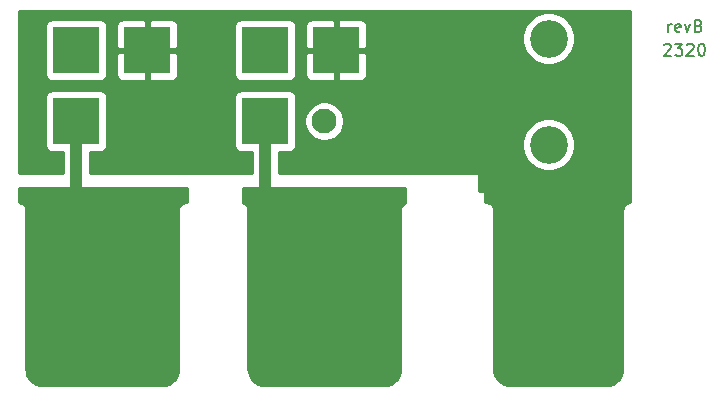
<source format=gbr>
G04 #@! TF.GenerationSoftware,KiCad,Pcbnew,(5.1.5)-3*
G04 #@! TF.CreationDate,2020-06-04T11:53:39+03:00*
G04 #@! TF.ProjectId,kelvin,6b656c76-696e-42e6-9b69-6361645f7063,rev?*
G04 #@! TF.SameCoordinates,Original*
G04 #@! TF.FileFunction,Copper,L1,Top*
G04 #@! TF.FilePolarity,Positive*
%FSLAX46Y46*%
G04 Gerber Fmt 4.6, Leading zero omitted, Abs format (unit mm)*
G04 Created by KiCad (PCBNEW (5.1.5)-3) date 2020-06-04 11:53:39*
%MOMM*%
%LPD*%
G04 APERTURE LIST*
%ADD10C,0.150000*%
%ADD11C,2.100000*%
%ADD12C,3.200000*%
%ADD13R,4.000000X4.000000*%
%ADD14C,1.000000*%
%ADD15C,0.600000*%
%ADD16C,0.300000*%
%ADD17C,1.000000*%
%ADD18C,0.254000*%
G04 APERTURE END LIST*
D10*
X155785714Y-80547619D02*
X155833333Y-80500000D01*
X155928571Y-80452380D01*
X156166666Y-80452380D01*
X156261904Y-80500000D01*
X156309523Y-80547619D01*
X156357142Y-80642857D01*
X156357142Y-80738095D01*
X156309523Y-80880952D01*
X155738095Y-81452380D01*
X156357142Y-81452380D01*
X156690476Y-80452380D02*
X157309523Y-80452380D01*
X156976190Y-80833333D01*
X157119047Y-80833333D01*
X157214285Y-80880952D01*
X157261904Y-80928571D01*
X157309523Y-81023809D01*
X157309523Y-81261904D01*
X157261904Y-81357142D01*
X157214285Y-81404761D01*
X157119047Y-81452380D01*
X156833333Y-81452380D01*
X156738095Y-81404761D01*
X156690476Y-81357142D01*
X157690476Y-80547619D02*
X157738095Y-80500000D01*
X157833333Y-80452380D01*
X158071428Y-80452380D01*
X158166666Y-80500000D01*
X158214285Y-80547619D01*
X158261904Y-80642857D01*
X158261904Y-80738095D01*
X158214285Y-80880952D01*
X157642857Y-81452380D01*
X158261904Y-81452380D01*
X158880952Y-80452380D02*
X158976190Y-80452380D01*
X159071428Y-80500000D01*
X159119047Y-80547619D01*
X159166666Y-80642857D01*
X159214285Y-80833333D01*
X159214285Y-81071428D01*
X159166666Y-81261904D01*
X159119047Y-81357142D01*
X159071428Y-81404761D01*
X158976190Y-81452380D01*
X158880952Y-81452380D01*
X158785714Y-81404761D01*
X158738095Y-81357142D01*
X158690476Y-81261904D01*
X158642857Y-81071428D01*
X158642857Y-80833333D01*
X158690476Y-80642857D01*
X158738095Y-80547619D01*
X158785714Y-80500000D01*
X158880952Y-80452380D01*
X156119047Y-79452380D02*
X156119047Y-78785714D01*
X156119047Y-78976190D02*
X156166666Y-78880952D01*
X156214285Y-78833333D01*
X156309523Y-78785714D01*
X156404761Y-78785714D01*
X157119047Y-79404761D02*
X157023809Y-79452380D01*
X156833333Y-79452380D01*
X156738095Y-79404761D01*
X156690476Y-79309523D01*
X156690476Y-78928571D01*
X156738095Y-78833333D01*
X156833333Y-78785714D01*
X157023809Y-78785714D01*
X157119047Y-78833333D01*
X157166666Y-78928571D01*
X157166666Y-79023809D01*
X156690476Y-79119047D01*
X157500000Y-78785714D02*
X157738095Y-79452380D01*
X157976190Y-78785714D01*
X158690476Y-78928571D02*
X158833333Y-78976190D01*
X158880952Y-79023809D01*
X158928571Y-79119047D01*
X158928571Y-79261904D01*
X158880952Y-79357142D01*
X158833333Y-79404761D01*
X158738095Y-79452380D01*
X158357142Y-79452380D01*
X158357142Y-78452380D01*
X158690476Y-78452380D01*
X158785714Y-78500000D01*
X158833333Y-78547619D01*
X158880952Y-78642857D01*
X158880952Y-78738095D01*
X158833333Y-78833333D01*
X158785714Y-78880952D01*
X158690476Y-78928571D01*
X158357142Y-78928571D01*
D11*
X127000000Y-87000000D03*
D12*
X146000000Y-89000000D03*
X146000000Y-80000000D03*
D13*
X128000000Y-81000000D03*
X106000000Y-81000000D03*
X106000000Y-87000000D03*
X122000000Y-81000000D03*
X122000000Y-87000000D03*
X112000000Y-81000000D03*
D14*
X105000000Y-82000000D03*
X121000000Y-82000000D03*
D15*
X147000000Y-93000000D03*
X151500000Y-93000000D03*
X142000000Y-93000000D03*
X139500000Y-91000000D03*
X130500000Y-91000000D03*
X124000000Y-91000000D03*
X120500000Y-91000000D03*
X107500000Y-91000000D03*
X104500000Y-91000000D03*
X102500000Y-91000000D03*
X102500000Y-78000000D03*
X117500000Y-78000000D03*
X132000000Y-78000000D03*
X151500000Y-78000000D03*
X113500000Y-91000000D03*
X151500000Y-85000000D03*
X102500000Y-84000000D03*
D16*
X106000000Y-81000000D02*
X106000000Y-82000000D01*
D17*
X106000000Y-81000000D02*
X105000000Y-82000000D01*
X106000000Y-87000000D02*
X106000000Y-95000000D01*
X122000000Y-81000000D02*
X121000000Y-82000000D01*
X122000000Y-87000000D02*
X122000000Y-94000000D01*
D18*
G36*
X152873000Y-93839466D02*
G01*
X152867581Y-93840000D01*
X152770617Y-93849550D01*
X152646207Y-93887290D01*
X152531550Y-93948575D01*
X152431052Y-94031052D01*
X152348575Y-94131550D01*
X152287290Y-94246207D01*
X152249550Y-94370617D01*
X152236807Y-94500000D01*
X152240000Y-94532419D01*
X152240001Y-107967711D01*
X152211375Y-108259660D01*
X152135965Y-108509429D01*
X152013477Y-108739794D01*
X151848579Y-108941979D01*
X151647546Y-109108288D01*
X151418046Y-109232378D01*
X151168805Y-109309531D01*
X150878911Y-109340000D01*
X142732279Y-109340000D01*
X142440340Y-109311375D01*
X142190571Y-109235965D01*
X141960206Y-109113477D01*
X141758021Y-108948579D01*
X141591712Y-108747546D01*
X141467622Y-108518046D01*
X141390469Y-108268805D01*
X141360000Y-107978911D01*
X141360000Y-94532419D01*
X141363193Y-94500000D01*
X141350450Y-94370617D01*
X141312710Y-94246207D01*
X141251425Y-94131550D01*
X141168948Y-94031052D01*
X141068450Y-93948575D01*
X140953793Y-93887290D01*
X140829383Y-93849550D01*
X140732419Y-93840000D01*
X140700000Y-93836807D01*
X140667581Y-93840000D01*
X140627000Y-93840000D01*
X140627000Y-92627000D01*
X152873000Y-92627000D01*
X152873000Y-93839466D01*
G37*
X152873000Y-93839466D02*
X152867581Y-93840000D01*
X152770617Y-93849550D01*
X152646207Y-93887290D01*
X152531550Y-93948575D01*
X152431052Y-94031052D01*
X152348575Y-94131550D01*
X152287290Y-94246207D01*
X152249550Y-94370617D01*
X152236807Y-94500000D01*
X152240000Y-94532419D01*
X152240001Y-107967711D01*
X152211375Y-108259660D01*
X152135965Y-108509429D01*
X152013477Y-108739794D01*
X151848579Y-108941979D01*
X151647546Y-109108288D01*
X151418046Y-109232378D01*
X151168805Y-109309531D01*
X150878911Y-109340000D01*
X142732279Y-109340000D01*
X142440340Y-109311375D01*
X142190571Y-109235965D01*
X141960206Y-109113477D01*
X141758021Y-108948579D01*
X141591712Y-108747546D01*
X141467622Y-108518046D01*
X141390469Y-108268805D01*
X141360000Y-107978911D01*
X141360000Y-94532419D01*
X141363193Y-94500000D01*
X141350450Y-94370617D01*
X141312710Y-94246207D01*
X141251425Y-94131550D01*
X141168948Y-94031052D01*
X141068450Y-93948575D01*
X140953793Y-93887290D01*
X140829383Y-93849550D01*
X140732419Y-93840000D01*
X140700000Y-93836807D01*
X140667581Y-93840000D01*
X140627000Y-93840000D01*
X140627000Y-92627000D01*
X152873000Y-92627000D01*
X152873000Y-93839466D01*
G36*
X133873000Y-93879162D02*
G01*
X133846207Y-93887290D01*
X133731550Y-93948575D01*
X133631052Y-94031052D01*
X133548575Y-94131550D01*
X133487290Y-94246207D01*
X133449550Y-94370617D01*
X133436807Y-94500000D01*
X133440001Y-94532429D01*
X133440000Y-96032418D01*
X133440001Y-96032428D01*
X133440000Y-107967721D01*
X133411375Y-108259660D01*
X133335965Y-108509429D01*
X133213477Y-108739794D01*
X133048579Y-108941979D01*
X132847546Y-109108288D01*
X132618046Y-109232378D01*
X132368805Y-109309531D01*
X132078911Y-109340000D01*
X121932279Y-109340000D01*
X121640340Y-109311375D01*
X121390571Y-109235965D01*
X121160206Y-109113477D01*
X120958021Y-108948579D01*
X120791712Y-108747546D01*
X120667622Y-108518046D01*
X120590469Y-108268805D01*
X120560000Y-107978911D01*
X120560000Y-96032418D01*
X120563193Y-96000000D01*
X120560000Y-95967581D01*
X120560000Y-94532419D01*
X120563193Y-94500000D01*
X120550450Y-94370617D01*
X120512710Y-94246207D01*
X120451425Y-94131550D01*
X120368948Y-94031052D01*
X120268450Y-93948575D01*
X120153793Y-93887290D01*
X120127000Y-93879162D01*
X120127000Y-92627000D01*
X133873000Y-92627000D01*
X133873000Y-93879162D01*
G37*
X133873000Y-93879162D02*
X133846207Y-93887290D01*
X133731550Y-93948575D01*
X133631052Y-94031052D01*
X133548575Y-94131550D01*
X133487290Y-94246207D01*
X133449550Y-94370617D01*
X133436807Y-94500000D01*
X133440001Y-94532429D01*
X133440000Y-96032418D01*
X133440001Y-96032428D01*
X133440000Y-107967721D01*
X133411375Y-108259660D01*
X133335965Y-108509429D01*
X133213477Y-108739794D01*
X133048579Y-108941979D01*
X132847546Y-109108288D01*
X132618046Y-109232378D01*
X132368805Y-109309531D01*
X132078911Y-109340000D01*
X121932279Y-109340000D01*
X121640340Y-109311375D01*
X121390571Y-109235965D01*
X121160206Y-109113477D01*
X120958021Y-108948579D01*
X120791712Y-108747546D01*
X120667622Y-108518046D01*
X120590469Y-108268805D01*
X120560000Y-107978911D01*
X120560000Y-96032418D01*
X120563193Y-96000000D01*
X120560000Y-95967581D01*
X120560000Y-94532419D01*
X120563193Y-94500000D01*
X120550450Y-94370617D01*
X120512710Y-94246207D01*
X120451425Y-94131550D01*
X120368948Y-94031052D01*
X120268450Y-93948575D01*
X120153793Y-93887290D01*
X120127000Y-93879162D01*
X120127000Y-92627000D01*
X133873000Y-92627000D01*
X133873000Y-93879162D01*
G36*
X115373000Y-93840000D02*
G01*
X115332419Y-93840000D01*
X115300000Y-93836807D01*
X115267581Y-93840000D01*
X115170617Y-93849550D01*
X115046207Y-93887290D01*
X114931550Y-93948575D01*
X114831052Y-94031052D01*
X114748575Y-94131550D01*
X114687290Y-94246207D01*
X114649550Y-94370617D01*
X114636807Y-94500000D01*
X114640001Y-94532429D01*
X114640000Y-96032418D01*
X114640001Y-96032428D01*
X114640000Y-107967721D01*
X114611375Y-108259660D01*
X114535965Y-108509429D01*
X114413477Y-108739794D01*
X114248579Y-108941979D01*
X114047546Y-109108288D01*
X113818046Y-109232378D01*
X113568805Y-109309531D01*
X113278911Y-109340000D01*
X103132279Y-109340000D01*
X102840340Y-109311375D01*
X102590571Y-109235965D01*
X102360206Y-109113477D01*
X102158021Y-108948579D01*
X101991712Y-108747546D01*
X101867622Y-108518046D01*
X101790469Y-108268805D01*
X101760000Y-107978911D01*
X101760000Y-94532419D01*
X101763193Y-94500000D01*
X101750450Y-94370617D01*
X101712710Y-94246207D01*
X101651425Y-94131550D01*
X101568948Y-94031052D01*
X101468450Y-93948575D01*
X101353793Y-93887290D01*
X101229383Y-93849550D01*
X101132419Y-93840000D01*
X101127000Y-93839466D01*
X101127000Y-92627000D01*
X115373000Y-92627000D01*
X115373000Y-93840000D01*
G37*
X115373000Y-93840000D02*
X115332419Y-93840000D01*
X115300000Y-93836807D01*
X115267581Y-93840000D01*
X115170617Y-93849550D01*
X115046207Y-93887290D01*
X114931550Y-93948575D01*
X114831052Y-94031052D01*
X114748575Y-94131550D01*
X114687290Y-94246207D01*
X114649550Y-94370617D01*
X114636807Y-94500000D01*
X114640001Y-94532429D01*
X114640000Y-96032418D01*
X114640001Y-96032428D01*
X114640000Y-107967721D01*
X114611375Y-108259660D01*
X114535965Y-108509429D01*
X114413477Y-108739794D01*
X114248579Y-108941979D01*
X114047546Y-109108288D01*
X113818046Y-109232378D01*
X113568805Y-109309531D01*
X113278911Y-109340000D01*
X103132279Y-109340000D01*
X102840340Y-109311375D01*
X102590571Y-109235965D01*
X102360206Y-109113477D01*
X102158021Y-108948579D01*
X101991712Y-108747546D01*
X101867622Y-108518046D01*
X101790469Y-108268805D01*
X101760000Y-107978911D01*
X101760000Y-94532419D01*
X101763193Y-94500000D01*
X101750450Y-94370617D01*
X101712710Y-94246207D01*
X101651425Y-94131550D01*
X101568948Y-94031052D01*
X101468450Y-93948575D01*
X101353793Y-93887290D01*
X101229383Y-93849550D01*
X101132419Y-93840000D01*
X101127000Y-93839466D01*
X101127000Y-92627000D01*
X115373000Y-92627000D01*
X115373000Y-93840000D01*
G36*
X152873000Y-92873000D02*
G01*
X140127000Y-92873000D01*
X140127000Y-91500000D01*
X140124560Y-91475224D01*
X140117333Y-91451399D01*
X140105597Y-91429443D01*
X140089803Y-91410197D01*
X140070557Y-91394403D01*
X140048601Y-91382667D01*
X140024776Y-91375440D01*
X140000000Y-91373000D01*
X123135000Y-91373000D01*
X123135000Y-89638072D01*
X124000000Y-89638072D01*
X124124482Y-89625812D01*
X124244180Y-89589502D01*
X124354494Y-89530537D01*
X124451185Y-89451185D01*
X124530537Y-89354494D01*
X124589502Y-89244180D01*
X124625812Y-89124482D01*
X124638072Y-89000000D01*
X124638072Y-88779872D01*
X143765000Y-88779872D01*
X143765000Y-89220128D01*
X143850890Y-89651925D01*
X144019369Y-90058669D01*
X144263962Y-90424729D01*
X144575271Y-90736038D01*
X144941331Y-90980631D01*
X145348075Y-91149110D01*
X145779872Y-91235000D01*
X146220128Y-91235000D01*
X146651925Y-91149110D01*
X147058669Y-90980631D01*
X147424729Y-90736038D01*
X147736038Y-90424729D01*
X147980631Y-90058669D01*
X148149110Y-89651925D01*
X148235000Y-89220128D01*
X148235000Y-88779872D01*
X148149110Y-88348075D01*
X147980631Y-87941331D01*
X147736038Y-87575271D01*
X147424729Y-87263962D01*
X147058669Y-87019369D01*
X146651925Y-86850890D01*
X146220128Y-86765000D01*
X145779872Y-86765000D01*
X145348075Y-86850890D01*
X144941331Y-87019369D01*
X144575271Y-87263962D01*
X144263962Y-87575271D01*
X144019369Y-87941331D01*
X143850890Y-88348075D01*
X143765000Y-88779872D01*
X124638072Y-88779872D01*
X124638072Y-86834042D01*
X125315000Y-86834042D01*
X125315000Y-87165958D01*
X125379754Y-87491496D01*
X125506772Y-87798147D01*
X125691175Y-88074125D01*
X125925875Y-88308825D01*
X126201853Y-88493228D01*
X126508504Y-88620246D01*
X126834042Y-88685000D01*
X127165958Y-88685000D01*
X127491496Y-88620246D01*
X127798147Y-88493228D01*
X128074125Y-88308825D01*
X128308825Y-88074125D01*
X128493228Y-87798147D01*
X128620246Y-87491496D01*
X128685000Y-87165958D01*
X128685000Y-86834042D01*
X128620246Y-86508504D01*
X128493228Y-86201853D01*
X128308825Y-85925875D01*
X128074125Y-85691175D01*
X127798147Y-85506772D01*
X127491496Y-85379754D01*
X127165958Y-85315000D01*
X126834042Y-85315000D01*
X126508504Y-85379754D01*
X126201853Y-85506772D01*
X125925875Y-85691175D01*
X125691175Y-85925875D01*
X125506772Y-86201853D01*
X125379754Y-86508504D01*
X125315000Y-86834042D01*
X124638072Y-86834042D01*
X124638072Y-85000000D01*
X124625812Y-84875518D01*
X124589502Y-84755820D01*
X124530537Y-84645506D01*
X124451185Y-84548815D01*
X124354494Y-84469463D01*
X124244180Y-84410498D01*
X124124482Y-84374188D01*
X124000000Y-84361928D01*
X120000000Y-84361928D01*
X119875518Y-84374188D01*
X119755820Y-84410498D01*
X119645506Y-84469463D01*
X119548815Y-84548815D01*
X119469463Y-84645506D01*
X119410498Y-84755820D01*
X119374188Y-84875518D01*
X119361928Y-85000000D01*
X119361928Y-89000000D01*
X119374188Y-89124482D01*
X119410498Y-89244180D01*
X119469463Y-89354494D01*
X119548815Y-89451185D01*
X119645506Y-89530537D01*
X119755820Y-89589502D01*
X119875518Y-89625812D01*
X120000000Y-89638072D01*
X120865000Y-89638072D01*
X120865000Y-91373000D01*
X107135000Y-91373000D01*
X107135000Y-89638072D01*
X108000000Y-89638072D01*
X108124482Y-89625812D01*
X108244180Y-89589502D01*
X108354494Y-89530537D01*
X108451185Y-89451185D01*
X108530537Y-89354494D01*
X108589502Y-89244180D01*
X108625812Y-89124482D01*
X108638072Y-89000000D01*
X108638072Y-85000000D01*
X108625812Y-84875518D01*
X108589502Y-84755820D01*
X108530537Y-84645506D01*
X108451185Y-84548815D01*
X108354494Y-84469463D01*
X108244180Y-84410498D01*
X108124482Y-84374188D01*
X108000000Y-84361928D01*
X104000000Y-84361928D01*
X103875518Y-84374188D01*
X103755820Y-84410498D01*
X103645506Y-84469463D01*
X103548815Y-84548815D01*
X103469463Y-84645506D01*
X103410498Y-84755820D01*
X103374188Y-84875518D01*
X103361928Y-85000000D01*
X103361928Y-89000000D01*
X103374188Y-89124482D01*
X103410498Y-89244180D01*
X103469463Y-89354494D01*
X103548815Y-89451185D01*
X103645506Y-89530537D01*
X103755820Y-89589502D01*
X103875518Y-89625812D01*
X104000000Y-89638072D01*
X104865000Y-89638072D01*
X104865000Y-91373000D01*
X101127000Y-91373000D01*
X101127000Y-79000000D01*
X103361928Y-79000000D01*
X103361928Y-83000000D01*
X103374188Y-83124482D01*
X103410498Y-83244180D01*
X103469463Y-83354494D01*
X103548815Y-83451185D01*
X103645506Y-83530537D01*
X103755820Y-83589502D01*
X103875518Y-83625812D01*
X104000000Y-83638072D01*
X108000000Y-83638072D01*
X108124482Y-83625812D01*
X108244180Y-83589502D01*
X108354494Y-83530537D01*
X108451185Y-83451185D01*
X108530537Y-83354494D01*
X108589502Y-83244180D01*
X108625812Y-83124482D01*
X108638072Y-83000000D01*
X109361928Y-83000000D01*
X109374188Y-83124482D01*
X109410498Y-83244180D01*
X109469463Y-83354494D01*
X109548815Y-83451185D01*
X109645506Y-83530537D01*
X109755820Y-83589502D01*
X109875518Y-83625812D01*
X110000000Y-83638072D01*
X111714250Y-83635000D01*
X111873000Y-83476250D01*
X111873000Y-81127000D01*
X112127000Y-81127000D01*
X112127000Y-83476250D01*
X112285750Y-83635000D01*
X114000000Y-83638072D01*
X114124482Y-83625812D01*
X114244180Y-83589502D01*
X114354494Y-83530537D01*
X114451185Y-83451185D01*
X114530537Y-83354494D01*
X114589502Y-83244180D01*
X114625812Y-83124482D01*
X114638072Y-83000000D01*
X114635000Y-81285750D01*
X114476250Y-81127000D01*
X112127000Y-81127000D01*
X111873000Y-81127000D01*
X109523750Y-81127000D01*
X109365000Y-81285750D01*
X109361928Y-83000000D01*
X108638072Y-83000000D01*
X108638072Y-79000000D01*
X109361928Y-79000000D01*
X109365000Y-80714250D01*
X109523750Y-80873000D01*
X111873000Y-80873000D01*
X111873000Y-78523750D01*
X112127000Y-78523750D01*
X112127000Y-80873000D01*
X114476250Y-80873000D01*
X114635000Y-80714250D01*
X114638072Y-79000000D01*
X119361928Y-79000000D01*
X119361928Y-83000000D01*
X119374188Y-83124482D01*
X119410498Y-83244180D01*
X119469463Y-83354494D01*
X119548815Y-83451185D01*
X119645506Y-83530537D01*
X119755820Y-83589502D01*
X119875518Y-83625812D01*
X120000000Y-83638072D01*
X124000000Y-83638072D01*
X124124482Y-83625812D01*
X124244180Y-83589502D01*
X124354494Y-83530537D01*
X124451185Y-83451185D01*
X124530537Y-83354494D01*
X124589502Y-83244180D01*
X124625812Y-83124482D01*
X124638072Y-83000000D01*
X125361928Y-83000000D01*
X125374188Y-83124482D01*
X125410498Y-83244180D01*
X125469463Y-83354494D01*
X125548815Y-83451185D01*
X125645506Y-83530537D01*
X125755820Y-83589502D01*
X125875518Y-83625812D01*
X126000000Y-83638072D01*
X127714250Y-83635000D01*
X127873000Y-83476250D01*
X127873000Y-81127000D01*
X128127000Y-81127000D01*
X128127000Y-83476250D01*
X128285750Y-83635000D01*
X130000000Y-83638072D01*
X130124482Y-83625812D01*
X130244180Y-83589502D01*
X130354494Y-83530537D01*
X130451185Y-83451185D01*
X130530537Y-83354494D01*
X130589502Y-83244180D01*
X130625812Y-83124482D01*
X130638072Y-83000000D01*
X130635000Y-81285750D01*
X130476250Y-81127000D01*
X128127000Y-81127000D01*
X127873000Y-81127000D01*
X125523750Y-81127000D01*
X125365000Y-81285750D01*
X125361928Y-83000000D01*
X124638072Y-83000000D01*
X124638072Y-79000000D01*
X125361928Y-79000000D01*
X125365000Y-80714250D01*
X125523750Y-80873000D01*
X127873000Y-80873000D01*
X127873000Y-78523750D01*
X128127000Y-78523750D01*
X128127000Y-80873000D01*
X130476250Y-80873000D01*
X130635000Y-80714250D01*
X130636674Y-79779872D01*
X143765000Y-79779872D01*
X143765000Y-80220128D01*
X143850890Y-80651925D01*
X144019369Y-81058669D01*
X144263962Y-81424729D01*
X144575271Y-81736038D01*
X144941331Y-81980631D01*
X145348075Y-82149110D01*
X145779872Y-82235000D01*
X146220128Y-82235000D01*
X146651925Y-82149110D01*
X147058669Y-81980631D01*
X147424729Y-81736038D01*
X147736038Y-81424729D01*
X147980631Y-81058669D01*
X148149110Y-80651925D01*
X148235000Y-80220128D01*
X148235000Y-79779872D01*
X148149110Y-79348075D01*
X147980631Y-78941331D01*
X147736038Y-78575271D01*
X147424729Y-78263962D01*
X147058669Y-78019369D01*
X146651925Y-77850890D01*
X146220128Y-77765000D01*
X145779872Y-77765000D01*
X145348075Y-77850890D01*
X144941331Y-78019369D01*
X144575271Y-78263962D01*
X144263962Y-78575271D01*
X144019369Y-78941331D01*
X143850890Y-79348075D01*
X143765000Y-79779872D01*
X130636674Y-79779872D01*
X130638072Y-79000000D01*
X130625812Y-78875518D01*
X130589502Y-78755820D01*
X130530537Y-78645506D01*
X130451185Y-78548815D01*
X130354494Y-78469463D01*
X130244180Y-78410498D01*
X130124482Y-78374188D01*
X130000000Y-78361928D01*
X128285750Y-78365000D01*
X128127000Y-78523750D01*
X127873000Y-78523750D01*
X127714250Y-78365000D01*
X126000000Y-78361928D01*
X125875518Y-78374188D01*
X125755820Y-78410498D01*
X125645506Y-78469463D01*
X125548815Y-78548815D01*
X125469463Y-78645506D01*
X125410498Y-78755820D01*
X125374188Y-78875518D01*
X125361928Y-79000000D01*
X124638072Y-79000000D01*
X124625812Y-78875518D01*
X124589502Y-78755820D01*
X124530537Y-78645506D01*
X124451185Y-78548815D01*
X124354494Y-78469463D01*
X124244180Y-78410498D01*
X124124482Y-78374188D01*
X124000000Y-78361928D01*
X120000000Y-78361928D01*
X119875518Y-78374188D01*
X119755820Y-78410498D01*
X119645506Y-78469463D01*
X119548815Y-78548815D01*
X119469463Y-78645506D01*
X119410498Y-78755820D01*
X119374188Y-78875518D01*
X119361928Y-79000000D01*
X114638072Y-79000000D01*
X114625812Y-78875518D01*
X114589502Y-78755820D01*
X114530537Y-78645506D01*
X114451185Y-78548815D01*
X114354494Y-78469463D01*
X114244180Y-78410498D01*
X114124482Y-78374188D01*
X114000000Y-78361928D01*
X112285750Y-78365000D01*
X112127000Y-78523750D01*
X111873000Y-78523750D01*
X111714250Y-78365000D01*
X110000000Y-78361928D01*
X109875518Y-78374188D01*
X109755820Y-78410498D01*
X109645506Y-78469463D01*
X109548815Y-78548815D01*
X109469463Y-78645506D01*
X109410498Y-78755820D01*
X109374188Y-78875518D01*
X109361928Y-79000000D01*
X108638072Y-79000000D01*
X108625812Y-78875518D01*
X108589502Y-78755820D01*
X108530537Y-78645506D01*
X108451185Y-78548815D01*
X108354494Y-78469463D01*
X108244180Y-78410498D01*
X108124482Y-78374188D01*
X108000000Y-78361928D01*
X104000000Y-78361928D01*
X103875518Y-78374188D01*
X103755820Y-78410498D01*
X103645506Y-78469463D01*
X103548815Y-78548815D01*
X103469463Y-78645506D01*
X103410498Y-78755820D01*
X103374188Y-78875518D01*
X103361928Y-79000000D01*
X101127000Y-79000000D01*
X101127000Y-77660000D01*
X152873000Y-77660000D01*
X152873000Y-92873000D01*
G37*
X152873000Y-92873000D02*
X140127000Y-92873000D01*
X140127000Y-91500000D01*
X140124560Y-91475224D01*
X140117333Y-91451399D01*
X140105597Y-91429443D01*
X140089803Y-91410197D01*
X140070557Y-91394403D01*
X140048601Y-91382667D01*
X140024776Y-91375440D01*
X140000000Y-91373000D01*
X123135000Y-91373000D01*
X123135000Y-89638072D01*
X124000000Y-89638072D01*
X124124482Y-89625812D01*
X124244180Y-89589502D01*
X124354494Y-89530537D01*
X124451185Y-89451185D01*
X124530537Y-89354494D01*
X124589502Y-89244180D01*
X124625812Y-89124482D01*
X124638072Y-89000000D01*
X124638072Y-88779872D01*
X143765000Y-88779872D01*
X143765000Y-89220128D01*
X143850890Y-89651925D01*
X144019369Y-90058669D01*
X144263962Y-90424729D01*
X144575271Y-90736038D01*
X144941331Y-90980631D01*
X145348075Y-91149110D01*
X145779872Y-91235000D01*
X146220128Y-91235000D01*
X146651925Y-91149110D01*
X147058669Y-90980631D01*
X147424729Y-90736038D01*
X147736038Y-90424729D01*
X147980631Y-90058669D01*
X148149110Y-89651925D01*
X148235000Y-89220128D01*
X148235000Y-88779872D01*
X148149110Y-88348075D01*
X147980631Y-87941331D01*
X147736038Y-87575271D01*
X147424729Y-87263962D01*
X147058669Y-87019369D01*
X146651925Y-86850890D01*
X146220128Y-86765000D01*
X145779872Y-86765000D01*
X145348075Y-86850890D01*
X144941331Y-87019369D01*
X144575271Y-87263962D01*
X144263962Y-87575271D01*
X144019369Y-87941331D01*
X143850890Y-88348075D01*
X143765000Y-88779872D01*
X124638072Y-88779872D01*
X124638072Y-86834042D01*
X125315000Y-86834042D01*
X125315000Y-87165958D01*
X125379754Y-87491496D01*
X125506772Y-87798147D01*
X125691175Y-88074125D01*
X125925875Y-88308825D01*
X126201853Y-88493228D01*
X126508504Y-88620246D01*
X126834042Y-88685000D01*
X127165958Y-88685000D01*
X127491496Y-88620246D01*
X127798147Y-88493228D01*
X128074125Y-88308825D01*
X128308825Y-88074125D01*
X128493228Y-87798147D01*
X128620246Y-87491496D01*
X128685000Y-87165958D01*
X128685000Y-86834042D01*
X128620246Y-86508504D01*
X128493228Y-86201853D01*
X128308825Y-85925875D01*
X128074125Y-85691175D01*
X127798147Y-85506772D01*
X127491496Y-85379754D01*
X127165958Y-85315000D01*
X126834042Y-85315000D01*
X126508504Y-85379754D01*
X126201853Y-85506772D01*
X125925875Y-85691175D01*
X125691175Y-85925875D01*
X125506772Y-86201853D01*
X125379754Y-86508504D01*
X125315000Y-86834042D01*
X124638072Y-86834042D01*
X124638072Y-85000000D01*
X124625812Y-84875518D01*
X124589502Y-84755820D01*
X124530537Y-84645506D01*
X124451185Y-84548815D01*
X124354494Y-84469463D01*
X124244180Y-84410498D01*
X124124482Y-84374188D01*
X124000000Y-84361928D01*
X120000000Y-84361928D01*
X119875518Y-84374188D01*
X119755820Y-84410498D01*
X119645506Y-84469463D01*
X119548815Y-84548815D01*
X119469463Y-84645506D01*
X119410498Y-84755820D01*
X119374188Y-84875518D01*
X119361928Y-85000000D01*
X119361928Y-89000000D01*
X119374188Y-89124482D01*
X119410498Y-89244180D01*
X119469463Y-89354494D01*
X119548815Y-89451185D01*
X119645506Y-89530537D01*
X119755820Y-89589502D01*
X119875518Y-89625812D01*
X120000000Y-89638072D01*
X120865000Y-89638072D01*
X120865000Y-91373000D01*
X107135000Y-91373000D01*
X107135000Y-89638072D01*
X108000000Y-89638072D01*
X108124482Y-89625812D01*
X108244180Y-89589502D01*
X108354494Y-89530537D01*
X108451185Y-89451185D01*
X108530537Y-89354494D01*
X108589502Y-89244180D01*
X108625812Y-89124482D01*
X108638072Y-89000000D01*
X108638072Y-85000000D01*
X108625812Y-84875518D01*
X108589502Y-84755820D01*
X108530537Y-84645506D01*
X108451185Y-84548815D01*
X108354494Y-84469463D01*
X108244180Y-84410498D01*
X108124482Y-84374188D01*
X108000000Y-84361928D01*
X104000000Y-84361928D01*
X103875518Y-84374188D01*
X103755820Y-84410498D01*
X103645506Y-84469463D01*
X103548815Y-84548815D01*
X103469463Y-84645506D01*
X103410498Y-84755820D01*
X103374188Y-84875518D01*
X103361928Y-85000000D01*
X103361928Y-89000000D01*
X103374188Y-89124482D01*
X103410498Y-89244180D01*
X103469463Y-89354494D01*
X103548815Y-89451185D01*
X103645506Y-89530537D01*
X103755820Y-89589502D01*
X103875518Y-89625812D01*
X104000000Y-89638072D01*
X104865000Y-89638072D01*
X104865000Y-91373000D01*
X101127000Y-91373000D01*
X101127000Y-79000000D01*
X103361928Y-79000000D01*
X103361928Y-83000000D01*
X103374188Y-83124482D01*
X103410498Y-83244180D01*
X103469463Y-83354494D01*
X103548815Y-83451185D01*
X103645506Y-83530537D01*
X103755820Y-83589502D01*
X103875518Y-83625812D01*
X104000000Y-83638072D01*
X108000000Y-83638072D01*
X108124482Y-83625812D01*
X108244180Y-83589502D01*
X108354494Y-83530537D01*
X108451185Y-83451185D01*
X108530537Y-83354494D01*
X108589502Y-83244180D01*
X108625812Y-83124482D01*
X108638072Y-83000000D01*
X109361928Y-83000000D01*
X109374188Y-83124482D01*
X109410498Y-83244180D01*
X109469463Y-83354494D01*
X109548815Y-83451185D01*
X109645506Y-83530537D01*
X109755820Y-83589502D01*
X109875518Y-83625812D01*
X110000000Y-83638072D01*
X111714250Y-83635000D01*
X111873000Y-83476250D01*
X111873000Y-81127000D01*
X112127000Y-81127000D01*
X112127000Y-83476250D01*
X112285750Y-83635000D01*
X114000000Y-83638072D01*
X114124482Y-83625812D01*
X114244180Y-83589502D01*
X114354494Y-83530537D01*
X114451185Y-83451185D01*
X114530537Y-83354494D01*
X114589502Y-83244180D01*
X114625812Y-83124482D01*
X114638072Y-83000000D01*
X114635000Y-81285750D01*
X114476250Y-81127000D01*
X112127000Y-81127000D01*
X111873000Y-81127000D01*
X109523750Y-81127000D01*
X109365000Y-81285750D01*
X109361928Y-83000000D01*
X108638072Y-83000000D01*
X108638072Y-79000000D01*
X109361928Y-79000000D01*
X109365000Y-80714250D01*
X109523750Y-80873000D01*
X111873000Y-80873000D01*
X111873000Y-78523750D01*
X112127000Y-78523750D01*
X112127000Y-80873000D01*
X114476250Y-80873000D01*
X114635000Y-80714250D01*
X114638072Y-79000000D01*
X119361928Y-79000000D01*
X119361928Y-83000000D01*
X119374188Y-83124482D01*
X119410498Y-83244180D01*
X119469463Y-83354494D01*
X119548815Y-83451185D01*
X119645506Y-83530537D01*
X119755820Y-83589502D01*
X119875518Y-83625812D01*
X120000000Y-83638072D01*
X124000000Y-83638072D01*
X124124482Y-83625812D01*
X124244180Y-83589502D01*
X124354494Y-83530537D01*
X124451185Y-83451185D01*
X124530537Y-83354494D01*
X124589502Y-83244180D01*
X124625812Y-83124482D01*
X124638072Y-83000000D01*
X125361928Y-83000000D01*
X125374188Y-83124482D01*
X125410498Y-83244180D01*
X125469463Y-83354494D01*
X125548815Y-83451185D01*
X125645506Y-83530537D01*
X125755820Y-83589502D01*
X125875518Y-83625812D01*
X126000000Y-83638072D01*
X127714250Y-83635000D01*
X127873000Y-83476250D01*
X127873000Y-81127000D01*
X128127000Y-81127000D01*
X128127000Y-83476250D01*
X128285750Y-83635000D01*
X130000000Y-83638072D01*
X130124482Y-83625812D01*
X130244180Y-83589502D01*
X130354494Y-83530537D01*
X130451185Y-83451185D01*
X130530537Y-83354494D01*
X130589502Y-83244180D01*
X130625812Y-83124482D01*
X130638072Y-83000000D01*
X130635000Y-81285750D01*
X130476250Y-81127000D01*
X128127000Y-81127000D01*
X127873000Y-81127000D01*
X125523750Y-81127000D01*
X125365000Y-81285750D01*
X125361928Y-83000000D01*
X124638072Y-83000000D01*
X124638072Y-79000000D01*
X125361928Y-79000000D01*
X125365000Y-80714250D01*
X125523750Y-80873000D01*
X127873000Y-80873000D01*
X127873000Y-78523750D01*
X128127000Y-78523750D01*
X128127000Y-80873000D01*
X130476250Y-80873000D01*
X130635000Y-80714250D01*
X130636674Y-79779872D01*
X143765000Y-79779872D01*
X143765000Y-80220128D01*
X143850890Y-80651925D01*
X144019369Y-81058669D01*
X144263962Y-81424729D01*
X144575271Y-81736038D01*
X144941331Y-81980631D01*
X145348075Y-82149110D01*
X145779872Y-82235000D01*
X146220128Y-82235000D01*
X146651925Y-82149110D01*
X147058669Y-81980631D01*
X147424729Y-81736038D01*
X147736038Y-81424729D01*
X147980631Y-81058669D01*
X148149110Y-80651925D01*
X148235000Y-80220128D01*
X148235000Y-79779872D01*
X148149110Y-79348075D01*
X147980631Y-78941331D01*
X147736038Y-78575271D01*
X147424729Y-78263962D01*
X147058669Y-78019369D01*
X146651925Y-77850890D01*
X146220128Y-77765000D01*
X145779872Y-77765000D01*
X145348075Y-77850890D01*
X144941331Y-78019369D01*
X144575271Y-78263962D01*
X144263962Y-78575271D01*
X144019369Y-78941331D01*
X143850890Y-79348075D01*
X143765000Y-79779872D01*
X130636674Y-79779872D01*
X130638072Y-79000000D01*
X130625812Y-78875518D01*
X130589502Y-78755820D01*
X130530537Y-78645506D01*
X130451185Y-78548815D01*
X130354494Y-78469463D01*
X130244180Y-78410498D01*
X130124482Y-78374188D01*
X130000000Y-78361928D01*
X128285750Y-78365000D01*
X128127000Y-78523750D01*
X127873000Y-78523750D01*
X127714250Y-78365000D01*
X126000000Y-78361928D01*
X125875518Y-78374188D01*
X125755820Y-78410498D01*
X125645506Y-78469463D01*
X125548815Y-78548815D01*
X125469463Y-78645506D01*
X125410498Y-78755820D01*
X125374188Y-78875518D01*
X125361928Y-79000000D01*
X124638072Y-79000000D01*
X124625812Y-78875518D01*
X124589502Y-78755820D01*
X124530537Y-78645506D01*
X124451185Y-78548815D01*
X124354494Y-78469463D01*
X124244180Y-78410498D01*
X124124482Y-78374188D01*
X124000000Y-78361928D01*
X120000000Y-78361928D01*
X119875518Y-78374188D01*
X119755820Y-78410498D01*
X119645506Y-78469463D01*
X119548815Y-78548815D01*
X119469463Y-78645506D01*
X119410498Y-78755820D01*
X119374188Y-78875518D01*
X119361928Y-79000000D01*
X114638072Y-79000000D01*
X114625812Y-78875518D01*
X114589502Y-78755820D01*
X114530537Y-78645506D01*
X114451185Y-78548815D01*
X114354494Y-78469463D01*
X114244180Y-78410498D01*
X114124482Y-78374188D01*
X114000000Y-78361928D01*
X112285750Y-78365000D01*
X112127000Y-78523750D01*
X111873000Y-78523750D01*
X111714250Y-78365000D01*
X110000000Y-78361928D01*
X109875518Y-78374188D01*
X109755820Y-78410498D01*
X109645506Y-78469463D01*
X109548815Y-78548815D01*
X109469463Y-78645506D01*
X109410498Y-78755820D01*
X109374188Y-78875518D01*
X109361928Y-79000000D01*
X108638072Y-79000000D01*
X108625812Y-78875518D01*
X108589502Y-78755820D01*
X108530537Y-78645506D01*
X108451185Y-78548815D01*
X108354494Y-78469463D01*
X108244180Y-78410498D01*
X108124482Y-78374188D01*
X108000000Y-78361928D01*
X104000000Y-78361928D01*
X103875518Y-78374188D01*
X103755820Y-78410498D01*
X103645506Y-78469463D01*
X103548815Y-78548815D01*
X103469463Y-78645506D01*
X103410498Y-78755820D01*
X103374188Y-78875518D01*
X103361928Y-79000000D01*
X101127000Y-79000000D01*
X101127000Y-77660000D01*
X152873000Y-77660000D01*
X152873000Y-92873000D01*
M02*

</source>
